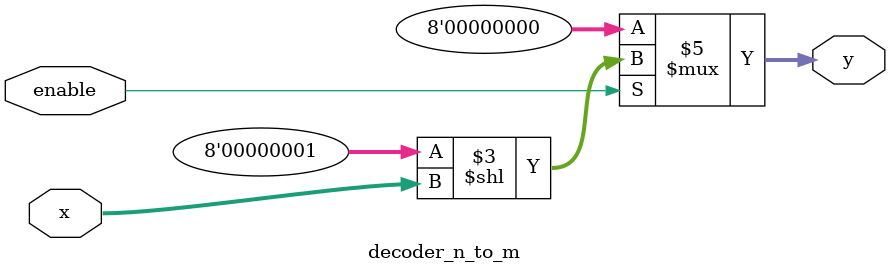
<source format=v>
module decoder_n_to_m(x, enable, y);
    parameter NUMBER_OF_INPUT = 3;
    parameter NUMBER_OF_OUTPUT = 8; // 2 ** (NUMBER_OF_INPUT) = NUMBER_OF_OUTPUT

    input [NUMBER_OF_INPUT-1:0] x;
    input enable;
    output reg [NUMBER_OF_OUTPUT-1:0] y;

    always @(*) begin
        // use blocking assignment
        if (!enable) y = {NUMBER_OF_OUTPUT{1'b0}};
        else y = {{(NUMBER_OF_OUTPUT-1){1'b0}}, 1'b1} << x;
    end
endmodule

</source>
